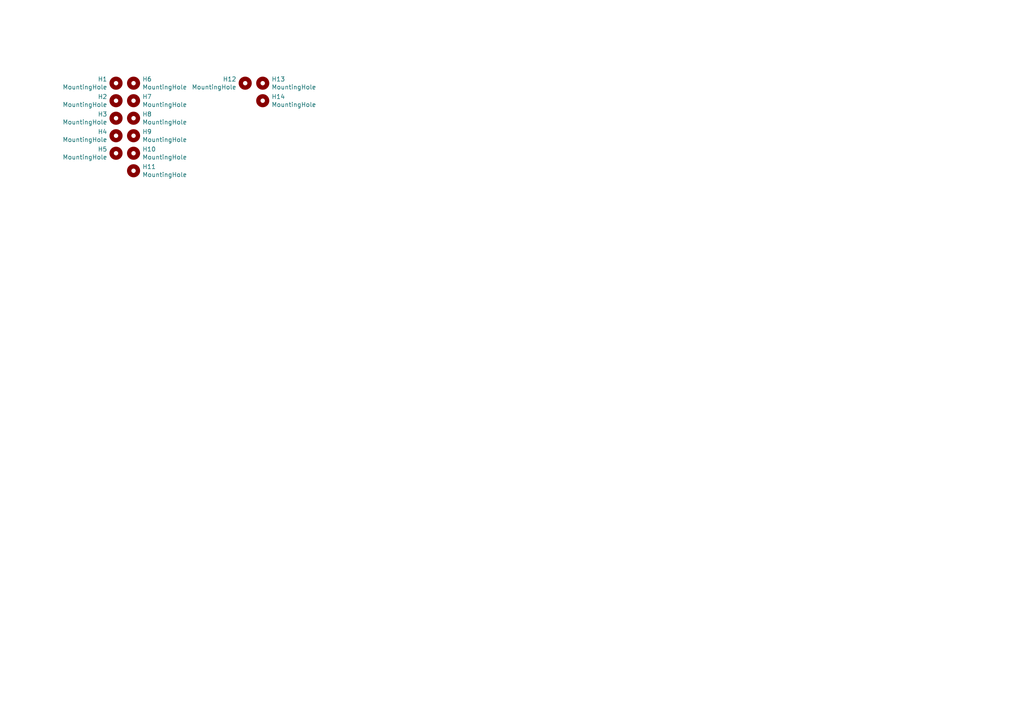
<source format=kicad_sch>
(kicad_sch (version 20211123) (generator eeschema)
  (paper "A4")
  (lib_symbols
    (symbol "Mechanical:MountingHole" (pin_names (offset 1.016))
      (property "Reference" "H" (at 0 5.08 0))
      (property "Value" "MountingHole" (at 0 3.175 0))
      (symbol "MountingHole_0_1"
        (circle (center 0 0) (radius 1.27) (stroke (width 1.27)))
      )
    )
  )
  (symbol (lib_id "Mechanical:MountingHole") (at 71.12 24.13 0) (mirror y) (unit 1)
    (property "Reference" "H12" (at 68.58 22.9616 0) (effects (justify left)))
    (property "Value" "MountingHole" (at 68.58 25.273 0) (effects (justify left)))
    (property "Footprint" "MountingHole:MountingHole_2.2mm_M2_Pad" (effects hide))
  )
  (symbol (lib_id "Mechanical:MountingHole") (at 33.655 24.13 0) (mirror y) (unit 1)
    (property "Reference" "H1" (at 31.115 22.9616 0) (effects (justify left)))
    (property "Value" "MountingHole" (at 31.115 25.273 0) (effects (justify left)))
    (property "Footprint" "MountingHole:MountingHole_2.2mm_M2_Pad" (effects hide))
  )
  (symbol (lib_id "Mechanical:MountingHole") (at 38.735 29.21 0) (unit 1)
    (property "Reference" "H7" (at 41.275 28.0416 0) (effects (justify left)))
    (property "Value" "MountingHole" (at 41.275 30.353 0) (effects (justify left)))
    (property "Footprint" "MountingHole:MountingHole_2.2mm_M2_Pad" (effects hide))
  )
  (symbol (lib_id "Mechanical:MountingHole") (at 38.735 49.53 0) (unit 1)
    (property "Reference" "H11" (at 41.275 48.3616 0) (effects (justify left)))
    (property "Value" "MountingHole" (at 41.275 50.673 0) (effects (justify left)))
    (property "Footprint" "MountingHole:MountingHole_2.2mm_M2_Pad" (effects hide))
  )
  (symbol (lib_id "Mechanical:MountingHole") (at 33.655 34.29 0) (mirror y) (unit 1)
    (property "Reference" "H3" (at 31.115 33.1216 0) (effects (justify left)))
    (property "Value" "MountingHole" (at 31.115 35.433 0) (effects (justify left)))
    (property "Footprint" "MountingHole:MountingHole_2.2mm_M2_Pad" (effects hide))
  )
  (symbol (lib_id "Mechanical:MountingHole") (at 38.735 44.45 0) (unit 1)
    (property "Reference" "H10" (at 41.275 43.2816 0) (effects (justify left)))
    (property "Value" "MountingHole" (at 41.275 45.593 0) (effects (justify left)))
    (property "Footprint" "MountingHole:MountingHole_2.2mm_M2_Pad" (effects hide))
  )
  (symbol (lib_id "Mechanical:MountingHole") (at 38.735 24.13 0) (unit 1)
    (property "Reference" "H6" (at 41.275 22.9616 0) (effects (justify left)))
    (property "Value" "MountingHole" (at 41.275 25.273 0) (effects (justify left)))
    (property "Footprint" "MountingHole:MountingHole_2.2mm_M2_Pad" (effects hide))
  )
  (symbol (lib_id "Mechanical:MountingHole") (at 33.655 44.45 0) (mirror y) (unit 1)
    (property "Reference" "H5" (at 31.115 43.2816 0) (effects (justify left)))
    (property "Value" "MountingHole" (at 31.115 45.593 0) (effects (justify left)))
    (property "Footprint" "MountingHole:MountingHole_2.2mm_M2_Pad" (effects hide))
  )
  (symbol (lib_id "Mechanical:MountingHole") (at 76.2 24.13 0) (unit 1)
    (property "Reference" "H13" (at 78.74 22.9616 0) (effects (justify left)))
    (property "Value" "MountingHole" (at 78.74 25.273 0) (effects (justify left)))
    (property "Footprint" "MountingHole:MountingHole_2.2mm_M2_Pad" (effects hide))
  )
  (symbol (lib_id "Mechanical:MountingHole") (at 33.655 39.37 0) (mirror y) (unit 1)
    (property "Reference" "H4" (at 31.115 38.2016 0) (effects (justify left)))
    (property "Value" "MountingHole" (at 31.115 40.513 0) (effects (justify left)))
    (property "Footprint" "MountingHole:MountingHole_2.2mm_M2_Pad" (effects hide))
  )
  (symbol (lib_id "Mechanical:MountingHole") (at 76.2 29.21 0) (unit 1)
    (property "Reference" "H14" (at 78.74 28.0416 0) (effects (justify left)))
    (property "Value" "MountingHole" (at 78.74 30.353 0) (effects (justify left)))
    (property "Footprint" "MountingHole:MountingHole_2.2mm_M2_Pad" (effects hide))
  )
  (symbol (lib_id "Mechanical:MountingHole") (at 38.735 39.37 0) (unit 1)
    (property "Reference" "H9" (at 41.275 38.2016 0) (effects (justify left)))
    (property "Value" "MountingHole" (at 41.275 40.513 0) (effects (justify left)))
    (property "Footprint" "MountingHole:MountingHole_2.2mm_M2_Pad" (effects hide))
  )
  (symbol (lib_id "Mechanical:MountingHole") (at 33.655 29.21 0) (mirror y) (unit 1)
    (property "Reference" "H2" (at 31.115 28.0416 0) (effects (justify left)))
    (property "Value" "MountingHole" (at 31.115 30.353 0) (effects (justify left)))
    (property "Footprint" "MountingHole:MountingHole_2.2mm_M2_Pad" (effects hide))
  )
  (symbol (lib_id "Mechanical:MountingHole") (at 38.735 34.29 0) (unit 1)
    (property "Reference" "H8" (at 41.275 33.1216 0) (effects (justify left)))
    (property "Value" "MountingHole" (at 41.275 35.433 0) (effects (justify left)))
    (property "Footprint" "MountingHole:MountingHole_2.2mm_M2_Pad" (effects hide))
  )
)
</source>
